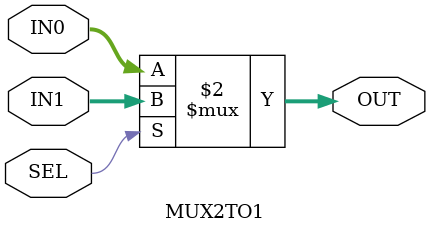
<source format=v>
module MUX2TO1 (IN0 , IN1 , SEL , 
            OUT );

/********************** parameters **********************/

/********************** input declaration **********************/
input wire [31 : 0] IN0;
input wire [31 : 0] IN1;
input wire SEL;

/********************** output declaration **********************/
output wire [31 : 0] OUT;

/********************** internal wires **********************/


/**********************   descriptin   **********************/

assign OUT = (SEL == 1'b0)? IN0 : IN1;



endmodule

</source>
